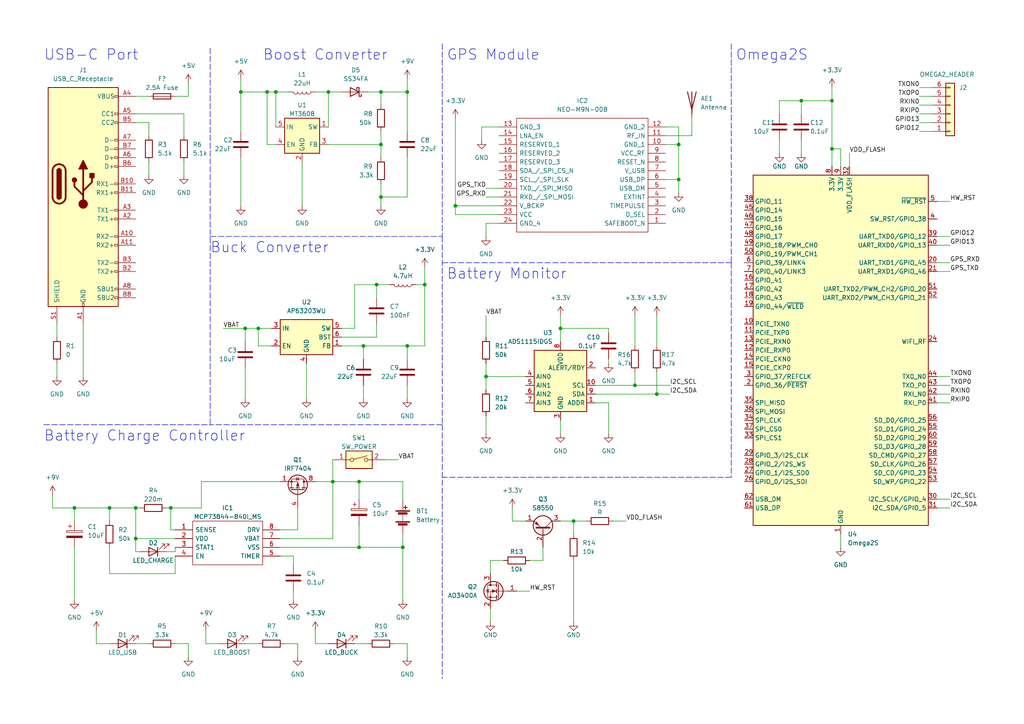
<source format=kicad_sch>
(kicad_sch (version 20211123) (generator eeschema)
  (paper "A4")
  (lib_symbols
    (symbol "Analog_ADC:ADS1115IDGS"
      (property "Reference" "U" (at 2.54 13.97 0))
      (property "Value" "ADS1115IDGS" (at 7.62 11.43 0))
      (symbol "ADS1115IDGS_1_1"
        (pin input line (at 10.16 -5.08 180) (length 2.54) (name "ADDR") (number "1"))
        (pin input line (at 10.16 0 180) (length 2.54) (name "SCL") (number "10"))
        (pin output line (at 10.16 5.08 180) (length 2.54) (name "ALERT/RDY") (number "2"))
        (pin power_in line (at 0 -10.16 90) (length 2.54) (name "GND") (number "3"))
        (pin input line (at -10.16 2.54 0) (length 2.54) (name "AIN0") (number "4"))
        (pin input line (at -10.16 0 0) (length 2.54) (name "AIN1") (number "5"))
        (pin input line (at -10.16 -2.54 0) (length 2.54) (name "AIN2") (number "6"))
        (pin input line (at -10.16 -5.08 0) (length 2.54) (name "AIN3") (number "7"))
        (pin power_in line (at 0 12.7 270) (length 2.54) (name "VDD") (number "8"))
        (pin bidirectional line (at 10.16 -2.54 180) (length 2.54) (name "SDA") (number "9"))
      )
    )
    (symbol "Charge_Controller:MCP73844-840I_MS" (pin_names (offset 0.762))
      (property "Reference" "IC" (at 26.67 7.62 0))
      (property "Value" "MCP73844-840I_MS" (at 26.67 5.08 0))
      (symbol "MCP73844-840I_MS_0_0"
        (pin passive line (at 0 0 0) (length 5.08) (name "SENSE") (number "1"))
        (pin passive line (at 0 -2.54 0) (length 5.08) (name "VDD") (number "2"))
        (pin passive line (at 0 -5.08 0) (length 5.08) (name "STAT1") (number "3"))
        (pin passive line (at 0 -7.62 0) (length 5.08) (name "EN") (number "4"))
        (pin passive line (at 30.48 -7.62 180) (length 5.08) (name "TIMER") (number "5"))
        (pin passive line (at 30.48 -5.08 180) (length 5.08) (name "VSS") (number "6"))
        (pin passive line (at 30.48 -2.54 180) (length 5.08) (name "VBAT") (number "7"))
        (pin passive line (at 30.48 0 180) (length 5.08) (name "DRV") (number "8"))
      )
    )
    (symbol "Connector:USB_C_Receptacle" (pin_names (offset 1.016))
      (property "Reference" "J" (at -10.16 29.21 0))
      (property "Value" "USB_C_Receptacle" (at 10.16 29.21 0))
      (symbol "USB_C_Receptacle_1_1"
        (pin passive line (at 0 -40.64 90) (length 5.08) (name "GND") (number "A1"))
        (pin bidirectional line (at 15.24 -15.24 180) (length 5.08) (name "RX2-") (number "A10"))
        (pin bidirectional line (at 15.24 -17.78 180) (length 5.08) (name "RX2+") (number "A11"))
        (pin passive line (at 0 -40.64 90) (length 5.08) hide (name "GND") (number "A12"))
        (pin bidirectional line (at 15.24 -10.16 180) (length 5.08) (name "TX1+") (number "A2"))
        (pin bidirectional line (at 15.24 -7.62 180) (length 5.08) (name "TX1-") (number "A3"))
        (pin passive line (at 15.24 25.4 180) (length 5.08) (name "VBUS") (number "A4"))
        (pin bidirectional line (at 15.24 20.32 180) (length 5.08) (name "CC1") (number "A5"))
        (pin bidirectional line (at 15.24 7.62 180) (length 5.08) (name "D+") (number "A6"))
        (pin bidirectional line (at 15.24 12.7 180) (length 5.08) (name "D-") (number "A7"))
        (pin bidirectional line (at 15.24 -30.48 180) (length 5.08) (name "SBU1") (number "A8"))
        (pin passive line (at 15.24 25.4 180) (length 5.08) hide (name "VBUS") (number "A9"))
        (pin passive line (at 0 -40.64 90) (length 5.08) hide (name "GND") (number "B1"))
        (pin bidirectional line (at 15.24 0 180) (length 5.08) (name "RX1-") (number "B10"))
        (pin bidirectional line (at 15.24 -2.54 180) (length 5.08) (name "RX1+") (number "B11"))
        (pin passive line (at 0 -40.64 90) (length 5.08) hide (name "GND") (number "B12"))
        (pin bidirectional line (at 15.24 -25.4 180) (length 5.08) (name "TX2+") (number "B2"))
        (pin bidirectional line (at 15.24 -22.86 180) (length 5.08) (name "TX2-") (number "B3"))
        (pin passive line (at 15.24 25.4 180) (length 5.08) hide (name "VBUS") (number "B4"))
        (pin bidirectional line (at 15.24 17.78 180) (length 5.08) (name "CC2") (number "B5"))
        (pin bidirectional line (at 15.24 5.08 180) (length 5.08) (name "D+") (number "B6"))
        (pin bidirectional line (at 15.24 10.16 180) (length 5.08) (name "D-") (number "B7"))
        (pin bidirectional line (at 15.24 -33.02 180) (length 5.08) (name "SBU2") (number "B8"))
        (pin passive line (at 15.24 25.4 180) (length 5.08) hide (name "VBUS") (number "B9"))
        (pin passive line (at -7.62 -40.64 90) (length 5.08) (name "SHIELD") (number "S1"))
      )
    )
    (symbol "Connector_Generic:Conn_01x06" (pin_names (offset 1.016) hide)
      (property "Reference" "J" (at 0 7.62 0))
      (property "Value" "Conn_01x06" (at 0 -10.16 0))
      (symbol "Conn_01x06_1_1"
        (pin passive line (at -5.08 5.08 0) (length 3.81) (name "Pin_1") (number "1"))
        (pin passive line (at -5.08 2.54 0) (length 3.81) (name "Pin_2") (number "2"))
        (pin passive line (at -5.08 0 0) (length 3.81) (name "Pin_3") (number "3"))
        (pin passive line (at -5.08 -2.54 0) (length 3.81) (name "Pin_4") (number "4"))
        (pin passive line (at -5.08 -5.08 0) (length 3.81) (name "Pin_5") (number "5"))
        (pin passive line (at -5.08 -7.62 0) (length 3.81) (name "Pin_6") (number "6"))
      )
    )
    (symbol "Device:Antenna" (pin_numbers hide) (pin_names (offset 1.016) hide)
      (property "Reference" "AE" (at -1.905 1.905 0))
      (property "Value" "Antenna" (at -1.905 0 0))
      (symbol "Antenna_1_1"
        (pin input line (at 0 -5.08 90) (length 2.54) (name "A") (number "1"))
      )
    )
    (symbol "Device:Battery" (pin_numbers hide) (pin_names (offset 0) hide)
      (property "Reference" "BT" (at 2.54 2.54 0))
      (property "Value" "Battery" (at 2.54 0 0))
      (symbol "Battery_1_1"
        (pin passive line (at 0 5.08 270) (length 2.54) (name "+") (number "1"))
        (pin passive line (at 0 -5.08 90) (length 2.54) (name "-") (number "2"))
      )
    )
    (symbol "Device:C" (pin_numbers hide) (pin_names (offset 0.254))
      (property "Reference" "C" (at 0.635 2.54 0))
      (property "Value" "C" (at 0.635 -2.54 0))
      (symbol "C_1_1"
        (pin passive line (at 0 3.81 270) (length 2.794) (name "~") (number "1"))
        (pin passive line (at 0 -3.81 90) (length 2.794) (name "~") (number "2"))
      )
    )
    (symbol "Device:C_Polarized" (pin_numbers hide) (pin_names (offset 0.254))
      (property "Reference" "C" (at 0.635 2.54 0))
      (property "Value" "C_Polarized" (at 0.635 -2.54 0))
      (symbol "C_Polarized_1_1"
        (pin passive line (at 0 3.81 270) (length 2.794) (name "~") (number "1"))
        (pin passive line (at 0 -3.81 90) (length 2.794) (name "~") (number "2"))
      )
    )
    (symbol "Device:D_Schottky" (pin_numbers hide) (pin_names (offset 1.016) hide)
      (property "Reference" "D" (at 0 2.54 0))
      (property "Value" "D_Schottky" (at 0 -2.54 0))
      (symbol "D_Schottky_1_1"
        (pin passive line (at -3.81 0 0) (length 2.54) (name "K") (number "1"))
        (pin passive line (at 3.81 0 180) (length 2.54) (name "A") (number "2"))
      )
    )
    (symbol "Device:Fuse" (pin_numbers hide) (pin_names (offset 0))
      (property "Reference" "F" (at 2.032 0 90))
      (property "Value" "Fuse" (at -1.905 0 90))
      (symbol "Fuse_1_1"
        (pin passive line (at 0 3.81 270) (length 1.27) (name "~") (number "1"))
        (pin passive line (at 0 -3.81 90) (length 1.27) (name "~") (number "2"))
      )
    )
    (symbol "Device:L" (pin_numbers hide) (pin_names (offset 1.016) hide)
      (property "Reference" "L" (at -1.27 0 90))
      (property "Value" "L" (at 1.905 0 90))
      (symbol "L_1_1"
        (pin passive line (at 0 3.81 270) (length 1.27) (name "1") (number "1"))
        (pin passive line (at 0 -3.81 90) (length 1.27) (name "2") (number "2"))
      )
    )
    (symbol "Device:LED" (pin_numbers hide) (pin_names (offset 1.016) hide)
      (property "Reference" "D" (at 0 2.54 0))
      (property "Value" "LED" (at 0 -2.54 0))
      (symbol "LED_1_1"
        (pin passive line (at -3.81 0 0) (length 2.54) (name "K") (number "1"))
        (pin passive line (at 3.81 0 180) (length 2.54) (name "A") (number "2"))
      )
    )
    (symbol "Device:R" (pin_numbers hide) (pin_names (offset 0))
      (property "Reference" "R" (at 2.032 0 90))
      (property "Value" "R" (at 0 0 90))
      (symbol "R_1_1"
        (pin passive line (at 0 3.81 270) (length 1.27) (name "~") (number "1"))
        (pin passive line (at 0 -3.81 90) (length 1.27) (name "~") (number "2"))
      )
    )
    (symbol "GPS:NEO-M9N-00B" (pin_names (offset 0.762))
      (property "Reference" "IC" (at 44.45 7.62 0))
      (property "Value" "NEO-M9N-00B" (at 44.45 5.08 0))
      (symbol "NEO-M9N-00B_0_0"
        (pin passive line (at 48.26 -27.94 180) (length 5.08) (name "SAFEBOOT_N") (number "1"))
        (pin passive line (at 48.26 -5.08 180) (length 5.08) (name "GND_1") (number "10"))
        (pin passive line (at 48.26 -2.54 180) (length 5.08) (name "RF_IN") (number "11"))
        (pin passive line (at 48.26 0 180) (length 5.08) (name "GND_2") (number "12"))
        (pin passive line (at 0 0 0) (length 5.08) (name "GND_3") (number "13"))
        (pin passive line (at 0 -2.54 0) (length 5.08) (name "LNA_EN") (number "14"))
        (pin passive line (at 0 -5.08 0) (length 5.08) (name "RESERVED_1") (number "15"))
        (pin passive line (at 0 -7.62 0) (length 5.08) (name "RESERVED_2") (number "16"))
        (pin passive line (at 0 -10.16 0) (length 5.08) (name "RESERVED_3") (number "17"))
        (pin passive line (at 0 -12.7 0) (length 5.08) (name "SDA_/_SPI_CS_N") (number "18"))
        (pin passive line (at 0 -15.24 0) (length 5.08) (name "SCL_/_SPI_SLK") (number "19"))
        (pin passive line (at 48.26 -25.4 180) (length 5.08) (name "D_SEL") (number "2"))
        (pin passive line (at 0 -17.78 0) (length 5.08) (name "TXD_/_SPI_MISO") (number "20"))
        (pin passive line (at 0 -20.32 0) (length 5.08) (name "RXD_/_SPI_MOSI") (number "21"))
        (pin passive line (at 0 -22.86 0) (length 5.08) (name "V_BCKP") (number "22"))
        (pin passive line (at 0 -25.4 0) (length 5.08) (name "VCC") (number "23"))
        (pin passive line (at 0 -27.94 0) (length 5.08) (name "GND_4") (number "24"))
        (pin passive line (at 48.26 -22.86 180) (length 5.08) (name "TIMEPULSE") (number "3"))
        (pin passive line (at 48.26 -20.32 180) (length 5.08) (name "EXTINT") (number "4"))
        (pin passive line (at 48.26 -17.78 180) (length 5.08) (name "USB_DM") (number "5"))
        (pin passive line (at 48.26 -15.24 180) (length 5.08) (name "USB_DP") (number "6"))
        (pin passive line (at 48.26 -12.7 180) (length 5.08) (name "V_USB") (number "7"))
        (pin passive line (at 48.26 -10.16 180) (length 5.08) (name "RESET_N") (number "8"))
        (pin passive line (at 48.26 -7.62 180) (length 5.08) (name "VCC_RF") (number "9"))
      )
    )
    (symbol "MCU_Module:Omega2S"
      (property "Reference" "U" (at -20.32 52.07 0))
      (property "Value" "Omega2S" (at 17.78 52.07 0))
      (symbol "Omega2S_1_1"
        (pin power_in line (at 0 -53.34 90) (length 2.54) (name "GND") (number "1"))
        (pin output line (at -27.94 7.62 0) (length 2.54) (name "PCIE_TXN0") (number "10"))
        (pin output line (at -27.94 5.08 0) (length 2.54) (name "PCIE_TXP0") (number "11"))
        (pin input line (at -27.94 0 0) (length 2.54) (name "PCIE_RXP0") (number "12"))
        (pin input line (at -27.94 2.54 0) (length 2.54) (name "PCIE_RXN0") (number "13"))
        (pin output line (at -27.94 -2.54 0) (length 2.54) (name "PCIE_CKN0") (number "14"))
        (pin output line (at -27.94 -5.08 0) (length 2.54) (name "PCIE_CKP0") (number "15"))
        (pin bidirectional line (at -27.94 20.32 0) (length 2.54) (name "GPIO_41") (number "16"))
        (pin bidirectional line (at -27.94 17.78 0) (length 2.54) (name "GPIO_42") (number "17"))
        (pin bidirectional line (at -27.94 15.24 0) (length 2.54) (name "GPIO_43") (number "18"))
        (pin bidirectional line (at -27.94 12.7 0) (length 2.54) (name "GPIO_44/~{WLED}") (number "19"))
        (pin bidirectional line (at -27.94 -10.16 0) (length 2.54) (name "GPIO_36/~{PERST}") (number "2"))
        (pin bidirectional line (at 27.94 25.4 180) (length 2.54) (name "UART_TXD1/GPIO_45") (number "20"))
        (pin bidirectional line (at 27.94 22.86 180) (length 2.54) (name "UART_RXD1/GPIO_46") (number "21"))
        (pin passive line (at 0 -53.34 90) (length 2.54) hide (name "GND") (number "22"))
        (pin passive line (at 0 -53.34 90) (length 2.54) hide (name "GND") (number "23"))
        (pin passive line (at 27.94 2.54 180) (length 2.54) (name "WIFI_RF") (number "24"))
        (pin passive line (at 0 -53.34 90) (length 2.54) hide (name "GND") (number "25"))
        (pin bidirectional line (at -27.94 -38.1 0) (length 2.54) (name "GPIO_0/I2S_SDI") (number "26"))
        (pin bidirectional line (at -27.94 -35.56 0) (length 2.54) (name "GPIO_1/I2S_SD0") (number "27"))
        (pin bidirectional line (at -27.94 -33.02 0) (length 2.54) (name "GPIO_2/I2S_WS") (number "28"))
        (pin bidirectional line (at -27.94 -30.48 0) (length 2.54) (name "GPIO_3/I2S_CLK") (number "29"))
        (pin bidirectional line (at -27.94 -7.62 0) (length 2.54) (name "GPIO_37/REFCLK") (number "3"))
        (pin bidirectional line (at 27.94 -43.18 180) (length 2.54) (name "I2C_SCLK/GPIO_4") (number "30"))
        (pin bidirectional line (at 27.94 -45.72 180) (length 2.54) (name "I2C_SDA/GPIO_5") (number "31"))
        (pin power_in line (at 2.54 53.34 270) (length 2.54) (name "VDD_FLASH") (number "32"))
        (pin output line (at -27.94 -25.4 0) (length 2.54) (name "SPI_CS1") (number "33"))
        (pin output line (at -27.94 -20.32 0) (length 2.54) (name "SPI_CLK") (number "34"))
        (pin input line (at -27.94 -15.24 0) (length 2.54) (name "SPI_MISO") (number "35"))
        (pin output line (at -27.94 -17.78 0) (length 2.54) (name "SPI_MOSI") (number "36"))
        (pin output line (at -27.94 -22.86 0) (length 2.54) (name "SPI_CS0") (number "37"))
        (pin bidirectional line (at -27.94 43.18 0) (length 2.54) (name "GPIO_11") (number "38"))
        (pin bidirectional line (at 27.94 33.02 180) (length 2.54) (name "UART_TXD0/GPIO_12") (number "39"))
        (pin bidirectional line (at 27.94 38.1 180) (length 2.54) (name "SW_RST/GPIO_38") (number "4"))
        (pin bidirectional line (at 27.94 30.48 180) (length 2.54) (name "UART_RXD0/GPIO_13") (number "40"))
        (pin input line (at 27.94 -15.24 180) (length 2.54) (name "RXI_P0") (number "41"))
        (pin input line (at 27.94 -12.7 180) (length 2.54) (name "RXI_N0") (number "42"))
        (pin output line (at 27.94 -10.16 180) (length 2.54) (name "TXO_P0") (number "43"))
        (pin output line (at 27.94 -7.62 180) (length 2.54) (name "TX0_N0") (number "44"))
        (pin bidirectional line (at -27.94 40.64 0) (length 2.54) (name "GPIO_14") (number "45"))
        (pin bidirectional line (at -27.94 38.1 0) (length 2.54) (name "GPIO_15") (number "46"))
        (pin bidirectional line (at -27.94 35.56 0) (length 2.54) (name "GPIO_16") (number "47"))
        (pin bidirectional line (at -27.94 33.02 0) (length 2.54) (name "GPIO_17") (number "48"))
        (pin bidirectional line (at -27.94 30.48 0) (length 2.54) (name "GPIO_18/PWM_CH0") (number "49"))
        (pin input line (at 27.94 43.18 180) (length 2.54) (name "~{HW_RST}") (number "5"))
        (pin bidirectional line (at -27.94 27.94 0) (length 2.54) (name "GPIO_19/PWM_CH1") (number "50"))
        (pin bidirectional line (at 27.94 17.78 180) (length 2.54) (name "UART_TXD2/PWM_CH2/GPIO_20") (number "51"))
        (pin bidirectional line (at 27.94 15.24 180) (length 2.54) (name "UART_RXD2/PWM_CH3/GPIO_21") (number "52"))
        (pin bidirectional line (at 27.94 -38.1 180) (length 2.54) (name "SD_WP/GPIO_22") (number "53"))
        (pin bidirectional line (at 27.94 -35.56 180) (length 2.54) (name "SD_CD/GPIO_23") (number "54"))
        (pin bidirectional line (at 27.94 -22.86 180) (length 2.54) (name "SD_D1/GPIO_24") (number "55"))
        (pin bidirectional line (at 27.94 -20.32 180) (length 2.54) (name "SD_D0/GPIO_25") (number "56"))
        (pin bidirectional line (at 27.94 -33.02 180) (length 2.54) (name "SD_CLK/GPIO_26") (number "57"))
        (pin bidirectional line (at 27.94 -30.48 180) (length 2.54) (name "SD_CMD/GPIO_27") (number "58"))
        (pin bidirectional line (at 27.94 -27.94 180) (length 2.54) (name "SD_D3/GPIO_28") (number "59"))
        (pin bidirectional line (at -27.94 25.4 0) (length 2.54) (name "GPIO_39/LINK4") (number "6"))
        (pin bidirectional line (at 27.94 -25.4 180) (length 2.54) (name "SD_D2/GPIO_29") (number "60"))
        (pin bidirectional line (at -27.94 -45.72 0) (length 2.54) (name "USB_DP") (number "61"))
        (pin bidirectional line (at -27.94 -43.18 0) (length 2.54) (name "USB_DM") (number "62"))
        (pin passive line (at 0 -53.34 90) (length 2.54) hide (name "GND") (number "63"))
        (pin passive line (at 0 -53.34 90) (length 2.54) hide (name "GND") (number "64"))
        (pin bidirectional line (at -27.94 22.86 0) (length 2.54) (name "GPIO_40/LINK3") (number "7"))
        (pin power_in line (at -2.54 53.34 270) (length 2.54) (name "3.3V") (number "8"))
        (pin power_in line (at 0 53.34 270) (length 2.54) (name "3.3V") (number "9"))
      )
    )
    (symbol "Regulator_Switching:AP63203WU"
      (property "Reference" "U" (at -7.62 6.35 0))
      (property "Value" "AP63203WU" (at 2.54 6.35 0))
      (symbol "AP63203WU_1_1"
        (pin input line (at 10.16 -2.54 180) (length 2.54) (name "FB") (number "1"))
        (pin input line (at -10.16 -2.54 0) (length 2.54) (name "EN") (number "2"))
        (pin power_in line (at -10.16 2.54 0) (length 2.54) (name "IN") (number "3"))
        (pin power_in line (at 0 -7.62 90) (length 2.54) (name "GND") (number "4"))
        (pin output line (at 10.16 2.54 180) (length 2.54) (name "SW") (number "5"))
        (pin passive line (at 10.16 0 180) (length 2.54) (name "BST") (number "6"))
      )
    )
    (symbol "Regulator_Switching:MT3608"
      (property "Reference" "U" (at -2.54 8.89 0))
      (property "Value" "MT3608" (at -3.81 6.35 0))
      (symbol "MT3608_1_1"
        (pin passive line (at 7.62 2.54 180) (length 2.54) (name "SW") (number "1"))
        (pin power_in line (at 0 -7.62 90) (length 2.54) (name "GND") (number "2"))
        (pin input line (at 7.62 -2.54 180) (length 2.54) (name "FB") (number "3"))
        (pin input line (at -7.62 -2.54 0) (length 2.54) (name "EN") (number "4"))
        (pin power_in line (at -7.62 2.54 0) (length 2.54) (name "IN") (number "5"))
        (pin no_connect line (at 5.08 0 180) (length 2.54) hide (name "NC") (number "6"))
      )
    )
    (symbol "Switch:SW_DIP_x01" (pin_names (offset 0) hide)
      (property "Reference" "SW" (at 0 3.81 0))
      (property "Value" "SW_DIP_x01" (at 0 -3.81 0))
      (symbol "SW_DIP_x01_1_1"
        (pin passive line (at -7.62 0 0) (length 5.08) (name "~") (number "1"))
        (pin passive line (at 7.62 0 180) (length 5.08) (name "~") (number "2"))
      )
    )
    (symbol "Transistor_BJT:S8550" (pin_names (offset 0) hide)
      (property "Reference" "Q" (at 5.08 1.905 0))
      (property "Value" "S8550" (at 5.08 0 0))
      (symbol "S8550_1_1"
        (pin passive line (at 2.54 -5.08 90) (length 2.54) (name "E") (number "1"))
        (pin input line (at -5.08 0 0) (length 5.08) (name "B") (number "2"))
        (pin passive line (at 2.54 5.08 270) (length 2.54) (name "C") (number "3"))
      )
    )
    (symbol "Transistor_FET:AO3400A" (pin_names hide)
      (property "Reference" "Q" (at 5.08 1.905 0))
      (property "Value" "AO3400A" (at 5.08 0 0))
      (symbol "AO3400A_1_1"
        (pin input line (at -5.08 0 0) (length 2.54) (name "G") (number "1"))
        (pin passive line (at 2.54 -5.08 90) (length 2.54) (name "S") (number "2"))
        (pin passive line (at 2.54 5.08 270) (length 2.54) (name "D") (number "3"))
      )
    )
    (symbol "Transistor_FET:IRF7404" (pin_names hide)
      (property "Reference" "Q" (at 5.08 1.905 0))
      (property "Value" "IRF7404" (at 5.08 0 0))
      (symbol "IRF7404_1_1"
        (pin passive line (at 2.54 -5.08 90) (length 2.54) (name "S") (number "1"))
        (pin passive line (at 2.54 -5.08 90) (length 2.54) hide (name "S") (number "2"))
        (pin passive line (at 2.54 -5.08 90) (length 2.54) hide (name "S") (number "3"))
        (pin passive line (at -5.08 0 0) (length 2.54) (name "G") (number "4"))
        (pin passive line (at 2.54 5.08 270) (length 2.54) hide (name "D") (number "5"))
        (pin passive line (at 2.54 5.08 270) (length 2.54) hide (name "D") (number "6"))
        (pin passive line (at 2.54 5.08 270) (length 2.54) hide (name "D") (number "7"))
        (pin passive line (at 2.54 5.08 270) (length 2.54) (name "D") (number "8"))
      )
    )
    (symbol "power:+3.3V" (power) (pin_names (offset 0))
      (property "Value" "+3.3V" (at 0 3.556 0))
      (symbol "+3.3V_1_1"
        (pin power_in line (at 0 0 90) (length 0) hide (name "+3.3V") (number "1"))
      )
    )
    (symbol "power:+5V" (power) (pin_names (offset 0))
      (property "Value" "+5V" (at 0 3.556 0))
      (symbol "+5V_1_1"
        (pin power_in line (at 0 0 90) (length 0) hide (name "+5V") (number "1"))
      )
    )
    (symbol "power:+9V" (power) (pin_names (offset 0))
      (property "Value" "+9V" (at 0 3.556 0))
      (symbol "+9V_1_1"
        (pin power_in line (at 0 0 90) (length 0) hide (name "+9V") (number "1"))
      )
    )
    (symbol "power:GND" (power) (pin_names (offset 0))
      (property "Value" "GND" (at 0 -3.81 0))
      (symbol "GND_1_1"
        (pin power_in line (at 0 0 270) (length 0) hide (name "GND") (number "1"))
      )
    )
  )
  (junction (at 166.37 151.13))
  (junction (at 104.14 139.7))
  (junction (at 132.08 59.69))
  (junction (at 241.3 43.18))
  (junction (at 39.37 147.32))
  (junction (at 110.49 26.67))
  (junction (at 110.49 57.15))
  (junction (at 80.01 26.67))
  (junction (at 241.3 29.21))
  (junction (at 77.47 26.67))
  (junction (at 190.5 114.3))
  (junction (at 162.56 95.25))
  (junction (at 184.15 111.76))
  (junction (at 196.85 52.07))
  (junction (at 71.12 95.25))
  (junction (at 96.52 139.7))
  (junction (at 21.59 147.32))
  (junction (at 196.85 41.91))
  (junction (at 105.41 100.33))
  (junction (at 110.49 41.91))
  (junction (at 31.75 147.32))
  (junction (at 74.93 95.25))
  (junction (at 116.84 158.75))
  (junction (at 69.85 26.67))
  (junction (at 118.11 26.67))
  (junction (at 109.22 82.55))
  (junction (at 39.37 156.21))
  (junction (at 232.41 29.21))
  (junction (at 123.19 82.55))
  (junction (at 95.25 26.67))
  (junction (at 104.14 158.75))
  (junction (at 140.97 109.22))
  (junction (at 49.53 147.32))
  (junction (at 118.11 100.33))
  (wire (pts (xy 74.93 95.25) (xy 78.74 95.25)))
  (wire (pts (xy 176.53 116.84) (xy 176.53 125.73)))
  (wire (pts (xy 106.68 186.69) (xy 102.87 186.69)))
  (wire (pts (xy 95.25 26.67) (xy 95.25 36.83)))
  (wire (pts (xy 148.59 147.32) (xy 148.59 151.13)))
  (wire (pts (xy 71.12 95.25) (xy 74.93 95.25)))
  (polyline (pts (xy 60.96 68.58) (xy 128.27 68.58)))
  (wire (pts (xy 110.49 57.15) (xy 118.11 57.15)))
  (wire (pts (xy 176.53 95.25) (xy 176.53 96.52)))
  (wire (pts (xy 142.24 180.34) (xy 142.24 176.53)))
  (wire (pts (xy 21.59 147.32) (xy 31.75 147.32)))
  (wire (pts (xy 95.25 41.91) (xy 110.49 41.91)))
  (wire (pts (xy 96.52 133.35) (xy 96.52 139.7)))
  (wire (pts (xy 118.11 22.86) (xy 118.11 26.67)))
  (wire (pts (xy 21.59 173.99) (xy 21.59 158.75)))
  (polyline (pts (xy 128.27 68.58) (xy 128.27 123.19)))
  (wire (pts (xy 118.11 111.76) (xy 118.11 115.57)))
  (wire (pts (xy 43.18 27.94) (xy 39.37 27.94)))
  (wire (pts (xy 271.78 78.74) (xy 275.59 78.74)))
  (wire (pts (xy 27.94 186.69) (xy 31.75 186.69)))
  (wire (pts (xy 104.14 144.78) (xy 104.14 139.7)))
  (wire (pts (xy 39.37 156.21) (xy 39.37 147.32)))
  (polyline (pts (xy 60.96 13.97) (xy 60.96 123.19)))
  (wire (pts (xy 162.56 95.25) (xy 162.56 99.06)))
  (wire (pts (xy 54.61 186.69) (xy 50.8 186.69)))
  (polyline (pts (xy 128.27 123.19) (xy 128.27 196.85)))
  (wire (pts (xy 104.14 152.4) (xy 104.14 158.75)))
  (wire (pts (xy 91.44 186.69) (xy 95.25 186.69)))
  (wire (pts (xy 85.09 161.29) (xy 85.09 163.83)))
  (wire (pts (xy 115.57 133.35) (xy 111.76 133.35)))
  (wire (pts (xy 193.04 52.07) (xy 196.85 52.07)))
  (wire (pts (xy 170.18 151.13) (xy 166.37 151.13)))
  (wire (pts (xy 271.78 144.78) (xy 275.59 144.78)))
  (wire (pts (xy 226.06 44.45) (xy 226.06 40.64)))
  (wire (pts (xy 243.84 43.18) (xy 241.3 43.18)))
  (wire (pts (xy 74.93 100.33) (xy 78.74 100.33)))
  (wire (pts (xy 266.7 38.1) (xy 270.51 38.1)))
  (wire (pts (xy 110.49 30.48) (xy 110.49 26.67)))
  (wire (pts (xy 226.06 29.21) (xy 232.41 29.21)))
  (wire (pts (xy 104.14 139.7) (xy 116.84 139.7)))
  (wire (pts (xy 132.08 62.23) (xy 144.78 62.23)))
  (wire (pts (xy 27.94 182.88) (xy 27.94 186.69)))
  (wire (pts (xy 16.51 109.22) (xy 16.51 105.41)))
  (wire (pts (xy 59.69 182.88) (xy 59.69 186.69)))
  (wire (pts (xy 232.41 29.21) (xy 232.41 33.02)))
  (polyline (pts (xy 212.09 138.43) (xy 128.27 138.43)))
  (wire (pts (xy 77.47 26.67) (xy 77.47 41.91)))
  (wire (pts (xy 266.7 30.48) (xy 270.51 30.48)))
  (wire (pts (xy 88.9 115.57) (xy 88.9 105.41)))
  (wire (pts (xy 31.75 158.75) (xy 31.75 166.37)))
  (wire (pts (xy 102.87 82.55) (xy 109.22 82.55)))
  (wire (pts (xy 118.11 186.69) (xy 114.3 186.69)))
  (wire (pts (xy 43.18 186.69) (xy 39.37 186.69)))
  (wire (pts (xy 140.97 68.58) (xy 140.97 64.77)))
  (wire (pts (xy 139.7 36.83) (xy 144.78 36.83)))
  (wire (pts (xy 157.48 158.75) (xy 157.48 162.56)))
  (wire (pts (xy 146.05 162.56) (xy 142.24 162.56)))
  (wire (pts (xy 80.01 26.67) (xy 80.01 36.83)))
  (wire (pts (xy 80.01 26.67) (xy 83.82 26.67)))
  (wire (pts (xy 275.59 109.22) (xy 271.78 109.22)))
  (wire (pts (xy 104.14 158.75) (xy 116.84 158.75)))
  (wire (pts (xy 275.59 68.58) (xy 271.78 68.58)))
  (wire (pts (xy 275.59 111.76) (xy 271.78 111.76)))
  (wire (pts (xy 105.41 100.33) (xy 99.06 100.33)))
  (wire (pts (xy 190.5 107.95) (xy 190.5 114.3)))
  (wire (pts (xy 226.06 33.02) (xy 226.06 29.21)))
  (wire (pts (xy 24.13 93.98) (xy 24.13 109.22)))
  (wire (pts (xy 95.25 26.67) (xy 99.06 26.67)))
  (wire (pts (xy 246.38 44.45) (xy 246.38 48.26)))
  (wire (pts (xy 49.53 147.32) (xy 49.53 153.67)))
  (wire (pts (xy 77.47 26.67) (xy 80.01 26.67)))
  (wire (pts (xy 172.72 111.76) (xy 184.15 111.76)))
  (wire (pts (xy 266.7 25.4) (xy 270.51 25.4)))
  (wire (pts (xy 275.59 58.42) (xy 271.78 58.42)))
  (wire (pts (xy 91.44 26.67) (xy 95.25 26.67)))
  (wire (pts (xy 69.85 38.1) (xy 69.85 26.67)))
  (wire (pts (xy 275.59 116.84) (xy 271.78 116.84)))
  (wire (pts (xy 184.15 107.95) (xy 184.15 111.76)))
  (wire (pts (xy 86.36 190.5) (xy 86.36 186.69)))
  (wire (pts (xy 40.64 160.02) (xy 39.37 160.02)))
  (wire (pts (xy 31.75 166.37) (xy 50.8 166.37)))
  (wire (pts (xy 58.42 139.7) (xy 81.28 139.7)))
  (wire (pts (xy 109.22 93.98) (xy 109.22 97.79)))
  (wire (pts (xy 243.84 48.26) (xy 243.84 43.18)))
  (polyline (pts (xy 128.27 123.19) (xy 60.96 123.19)))
  (wire (pts (xy 110.49 53.34) (xy 110.49 57.15)))
  (wire (pts (xy 118.11 26.67) (xy 118.11 38.1)))
  (wire (pts (xy 110.49 26.67) (xy 106.68 26.67)))
  (wire (pts (xy 102.87 95.25) (xy 102.87 82.55)))
  (wire (pts (xy 271.78 76.2) (xy 275.59 76.2)))
  (wire (pts (xy 69.85 22.86) (xy 69.85 26.67)))
  (wire (pts (xy 140.97 109.22) (xy 140.97 113.03)))
  (wire (pts (xy 275.59 71.12) (xy 271.78 71.12)))
  (wire (pts (xy 87.63 59.69) (xy 87.63 46.99)))
  (wire (pts (xy 193.04 36.83) (xy 196.85 36.83)))
  (wire (pts (xy 140.97 109.22) (xy 152.4 109.22)))
  (wire (pts (xy 39.37 35.56) (xy 43.18 35.56)))
  (wire (pts (xy 39.37 147.32) (xy 40.64 147.32)))
  (wire (pts (xy 162.56 95.25) (xy 176.53 95.25)))
  (wire (pts (xy 53.34 46.99) (xy 53.34 50.8)))
  (wire (pts (xy 123.19 77.47) (xy 123.19 82.55)))
  (wire (pts (xy 15.24 143.51) (xy 15.24 147.32)))
  (wire (pts (xy 140.97 64.77) (xy 144.78 64.77)))
  (wire (pts (xy 123.19 82.55) (xy 123.19 100.33)))
  (wire (pts (xy 39.37 156.21) (xy 50.8 156.21)))
  (wire (pts (xy 96.52 139.7) (xy 96.52 156.21)))
  (wire (pts (xy 74.93 95.25) (xy 74.93 100.33)))
  (wire (pts (xy 39.37 33.02) (xy 53.34 33.02)))
  (wire (pts (xy 48.26 147.32) (xy 49.53 147.32)))
  (wire (pts (xy 91.44 139.7) (xy 96.52 139.7)))
  (wire (pts (xy 200.66 34.29) (xy 200.66 39.37)))
  (wire (pts (xy 64.77 95.25) (xy 71.12 95.25)))
  (wire (pts (xy 275.59 114.3) (xy 271.78 114.3)))
  (wire (pts (xy 118.11 104.14) (xy 118.11 100.33)))
  (wire (pts (xy 105.41 111.76) (xy 105.41 115.57)))
  (wire (pts (xy 81.28 161.29) (xy 85.09 161.29)))
  (wire (pts (xy 77.47 41.91) (xy 80.01 41.91)))
  (wire (pts (xy 118.11 100.33) (xy 105.41 100.33)))
  (wire (pts (xy 266.7 33.02) (xy 270.51 33.02)))
  (wire (pts (xy 74.93 186.69) (xy 71.12 186.69)))
  (wire (pts (xy 196.85 36.83) (xy 196.85 41.91)))
  (wire (pts (xy 21.59 151.13) (xy 21.59 147.32)))
  (wire (pts (xy 86.36 147.32) (xy 86.36 153.67)))
  (wire (pts (xy 91.44 182.88) (xy 91.44 186.69)))
  (wire (pts (xy 43.18 46.99) (xy 43.18 50.8)))
  (wire (pts (xy 162.56 125.73) (xy 162.56 121.92)))
  (wire (pts (xy 196.85 52.07) (xy 196.85 55.88)))
  (wire (pts (xy 162.56 151.13) (xy 166.37 151.13)))
  (wire (pts (xy 86.36 186.69) (xy 82.55 186.69)))
  (wire (pts (xy 110.49 57.15) (xy 110.49 59.69)))
  (wire (pts (xy 184.15 91.44) (xy 184.15 100.33)))
  (wire (pts (xy 116.84 154.94) (xy 116.84 158.75)))
  (wire (pts (xy 153.67 171.45) (xy 149.86 171.45)))
  (wire (pts (xy 116.84 139.7) (xy 116.84 144.78)))
  (wire (pts (xy 15.24 147.32) (xy 21.59 147.32)))
  (wire (pts (xy 132.08 59.69) (xy 144.78 59.69)))
  (wire (pts (xy 16.51 93.98) (xy 16.51 97.79)))
  (wire (pts (xy 109.22 97.79) (xy 99.06 97.79)))
  (wire (pts (xy 241.3 29.21) (xy 241.3 43.18)))
  (wire (pts (xy 71.12 115.57) (xy 71.12 106.68)))
  (wire (pts (xy 266.7 35.56) (xy 270.51 35.56)))
  (wire (pts (xy 110.49 38.1) (xy 110.49 41.91)))
  (wire (pts (xy 200.66 39.37) (xy 193.04 39.37)))
  (polyline (pts (xy 128.27 12.7) (xy 128.27 68.58)))
  (wire (pts (xy 54.61 190.5) (xy 54.61 186.69)))
  (wire (pts (xy 110.49 26.67) (xy 118.11 26.67)))
  (wire (pts (xy 48.26 160.02) (xy 50.8 160.02)))
  (wire (pts (xy 116.84 158.75) (xy 116.84 173.99)))
  (wire (pts (xy 196.85 41.91) (xy 196.85 52.07)))
  (wire (pts (xy 31.75 147.32) (xy 39.37 147.32)))
  (wire (pts (xy 181.61 151.13) (xy 177.8 151.13)))
  (wire (pts (xy 109.22 82.55) (xy 109.22 86.36)))
  (wire (pts (xy 54.61 24.13) (xy 54.61 27.94)))
  (wire (pts (xy 120.65 82.55) (xy 123.19 82.55)))
  (wire (pts (xy 241.3 29.21) (xy 232.41 29.21)))
  (wire (pts (xy 81.28 158.75) (xy 104.14 158.75)))
  (wire (pts (xy 110.49 41.91) (xy 110.49 45.72)))
  (wire (pts (xy 166.37 151.13) (xy 166.37 154.94)))
  (wire (pts (xy 132.08 34.29) (xy 132.08 59.69)))
  (wire (pts (xy 59.69 186.69) (xy 63.5 186.69)))
  (wire (pts (xy 243.84 158.75) (xy 243.84 154.94)))
  (wire (pts (xy 139.7 40.64) (xy 139.7 36.83)))
  (wire (pts (xy 49.53 147.32) (xy 58.42 147.32)))
  (wire (pts (xy 266.7 27.94) (xy 270.51 27.94)))
  (wire (pts (xy 140.97 91.44) (xy 140.97 97.79)))
  (wire (pts (xy 142.24 162.56) (xy 142.24 166.37)))
  (wire (pts (xy 53.34 33.02) (xy 53.34 39.37)))
  (wire (pts (xy 118.11 190.5) (xy 118.11 186.69)))
  (polyline (pts (xy 212.09 12.7) (xy 212.09 76.2)))
  (wire (pts (xy 157.48 162.56) (xy 153.67 162.56)))
  (wire (pts (xy 105.41 104.14) (xy 105.41 100.33)))
  (wire (pts (xy 102.87 95.25) (xy 99.06 95.25)))
  (wire (pts (xy 31.75 147.32) (xy 31.75 151.13)))
  (wire (pts (xy 166.37 162.56) (xy 166.37 180.34)))
  (wire (pts (xy 50.8 166.37) (xy 50.8 161.29)))
  (wire (pts (xy 176.53 104.14) (xy 176.53 105.41)))
  (wire (pts (xy 241.3 25.4) (xy 241.3 29.21)))
  (wire (pts (xy 39.37 160.02) (xy 39.37 156.21)))
  (wire (pts (xy 96.52 139.7) (xy 104.14 139.7)))
  (wire (pts (xy 58.42 147.32) (xy 58.42 139.7)))
  (wire (pts (xy 232.41 44.45) (xy 232.41 40.64)))
  (wire (pts (xy 132.08 59.69) (xy 132.08 62.23)))
  (wire (pts (xy 190.5 91.44) (xy 190.5 100.33)))
  (wire (pts (xy 190.5 114.3) (xy 194.31 114.3)))
  (wire (pts (xy 96.52 156.21) (xy 81.28 156.21)))
  (wire (pts (xy 54.61 27.94) (xy 50.8 27.94)))
  (polyline (pts (xy 128.27 76.2) (xy 212.09 76.2)))
  (wire (pts (xy 85.09 173.99) (xy 85.09 171.45)))
  (wire (pts (xy 140.97 120.65) (xy 140.97 125.73)))
  (polyline (pts (xy 212.09 76.2) (xy 212.09 138.43)))
  (wire (pts (xy 43.18 35.56) (xy 43.18 39.37)))
  (wire (pts (xy 49.53 153.67) (xy 50.8 153.67)))
  (wire (pts (xy 140.97 57.15) (xy 144.78 57.15)))
  (wire (pts (xy 86.36 153.67) (xy 81.28 153.67)))
  (wire (pts (xy 140.97 105.41) (xy 140.97 109.22)))
  (wire (pts (xy 69.85 26.67) (xy 77.47 26.67)))
  (wire (pts (xy 140.97 54.61) (xy 144.78 54.61)))
  (polyline (pts (xy 12.7 123.19) (xy 60.96 123.19)))
  (wire (pts (xy 172.72 116.84) (xy 176.53 116.84)))
  (wire (pts (xy 241.3 43.18) (xy 241.3 48.26)))
  (wire (pts (xy 162.56 91.44) (xy 162.56 95.25)))
  (wire (pts (xy 50.8 158.75) (xy 50.8 160.02)))
  (wire (pts (xy 271.78 147.32) (xy 275.59 147.32)))
  (wire (pts (xy 184.15 111.76) (xy 194.31 111.76)))
  (wire (pts (xy 118.11 57.15) (xy 118.11 45.72)))
  (wire (pts (xy 109.22 82.55) (xy 113.03 82.55)))
  (wire (pts (xy 69.85 59.69) (xy 69.85 45.72)))
  (wire (pts (xy 193.04 41.91) (xy 196.85 41.91)))
  (wire (pts (xy 123.19 100.33) (xy 118.11 100.33)))
  (wire (pts (xy 71.12 95.25) (xy 71.12 99.06)))
  (wire (pts (xy 172.72 114.3) (xy 190.5 114.3)))
  (wire (pts (xy 148.59 151.13) (xy 152.4 151.13)))
  (text "Boost Converter" (at 76.2 17.78 0) (effects (font (size 3 3)) (justify left bottom)))
  (text "Buck Converter" (at 60.96 73.66 0) (effects (font (size 3 3)) (justify left bottom)))
  (text "Battery Monitor\n" (at 129.54 81.28 0) (effects (font (size 3 3)) (justify left bottom)))
  (text "GPS Module\n" (at 129.54 17.78 0) (effects (font (size 3 3)) (justify left bottom)))
  (text "Battery Charge Controller" (at 12.7 128.27 0) (effects (font (size 3 3)) (justify left bottom)))
  (text "USB-C Port" (at 12.7 17.78 0) (effects (font (size 3 3)) (justify left bottom)))
  (text "Omega2S\n" (at 213.36 17.78 0) (effects (font (size 3 3)) (justify left bottom)))
  (label "GPS_TXD" (at 275.59 78.74 0))
  (label "I2C_SCL" (at 194.31 111.76 0))
  (label "I2C_SCL" (at 275.59 144.78 0))
  (label "GPIO12" (at 275.59 68.58 0))
  (label "TXON0" (at 275.59 109.22 0))
  (label "RXIN0" (at 266.7 30.48 180))
  (label "TXON0" (at 266.7 25.4 180))
  (label "TXOP0" (at 266.7 27.94 180))
  (label "HW_RST" (at 153.67 171.45 0))
  (label "GPS_RXD" (at 140.97 57.15 180))
  (label "GPS_TXD" (at 140.97 54.61 180))
  (label "TXOP0" (at 275.59 111.76 0))
  (label "I2C_SDA" (at 194.31 114.3 0))
  (label "VBAT" (at 115.57 133.35 0))
  (label "HW_RST" (at 275.59 58.42 0))
  (label "RXIP0" (at 275.59 116.84 0))
  (label "VDD_FLASH" (at 181.61 151.13 0))
  (label "VBAT" (at 64.77 95.25 0))
  (label "RXIN0" (at 275.59 114.3 0))
  (label "GPIO12" (at 266.7 38.1 180))
  (label "I2C_SDA" (at 275.59 147.32 0))
  (label "GPIO13" (at 266.7 35.56 180))
  (label "GPIO13" (at 275.59 71.12 0))
  (label "GPS_RXD" (at 275.59 76.2 0))
  (label "VBAT" (at 140.97 91.44 0))
  (label "RXIP0" (at 266.7 33.02 180))
  (label "VDD_FLASH" (at 246.38 44.45 0))
  (symbol (lib_id "Device:R") (at 110.49 186.69 90) (unit 1)
    (property "Reference" "R10" (at 110.49 181.61 90))
    (property "Value" "3.3k" (at 110.49 184.15 90))
  )
  (symbol (lib_id "power:GND") (at 54.61 190.5 0) (unit 1)
    (property "Reference" "#PWR0119" (effects hide))
    (property "Value" "GND" (at 54.61 195.58 0))
  )
  (symbol (lib_id "power:GND") (at 53.34 50.8 0) (unit 1)
    (property "Reference" "#PWR0104" (effects hide))
    (property "Value" "GND" (at 53.34 55.88 0))
  )
  (symbol (lib_id "power:GND") (at 176.53 105.41 0) (unit 1)
    (property "Reference" "#PWR0128" (effects hide))
    (property "Value" "GND" (at 176.53 110.49 0))
  )
  (symbol (lib_id "Device:R") (at 173.99 151.13 90) (unit 1)
    (property "Reference" "R15" (at 173.99 146.05 90))
    (property "Value" "R" (at 173.99 148.59 90))
  )
  (symbol (lib_id "power:GND") (at 232.41 44.45 0) (unit 1)
    (property "Reference" "#PWR0133" (effects hide))
    (property "Value" "GND" (at 232.41 48.26 0))
  )
  (symbol (lib_id "power:GND") (at 69.85 59.69 0) (unit 1)
    (property "Reference" "#PWR0108" (effects hide))
    (property "Value" "GND" (at 69.85 64.77 0))
  )
  (symbol (lib_id "Device:LED") (at 67.31 186.69 180) (unit 1)
    (property "Reference" "D3" (at 67.31 184.15 0))
    (property "Value" "LED_BOOST" (at 67.31 189.23 0))
  )
  (symbol (lib_id "power:GND") (at 166.37 180.34 0) (unit 1)
    (property "Reference" "#PWR0136" (effects hide))
    (property "Value" "GND" (at 166.37 184.15 0))
  )
  (symbol (lib_id "Device:R") (at 16.51 101.6 0) (unit 1)
    (property "Reference" "R1" (at 19.05 100.3299 0) (effects (justify left)))
    (property "Value" "0" (at 19.05 102.8699 0) (effects (justify left)))
  )
  (symbol (lib_id "power:+9V") (at 59.69 182.88 0) (unit 1)
    (property "Reference" "#PWR0120" (effects hide))
    (property "Value" "+9V" (at 59.69 177.8 0))
  )
  (symbol (lib_id "power:+3.3V") (at 190.5 91.44 0) (unit 1)
    (property "Reference" "#PWR0129" (effects hide))
    (property "Value" "+3.3V" (at 190.5 86.36 0))
  )
  (symbol (lib_id "Device:C_Polarized") (at 104.14 148.59 0) (unit 1)
    (property "Reference" "C5" (at 107.95 146.4309 0) (effects (justify left)))
    (property "Value" "10uF" (at 107.95 148.9709 0) (effects (justify left)))
  )
  (symbol (lib_id "power:GND") (at 176.53 125.73 0) (unit 1)
    (property "Reference" "#PWR0138" (effects hide))
    (property "Value" "GND" (at 176.53 130.81 0))
  )
  (symbol (lib_id "power:GND") (at 243.84 158.75 0) (unit 1)
    (property "Reference" "#PWR0143" (effects hide))
    (property "Value" "GND" (at 243.84 163.83 0))
  )
  (symbol (lib_id "power:GND") (at 196.85 55.88 0) (unit 1)
    (property "Reference" "#PWR0131" (effects hide))
    (property "Value" "GND" (at 196.85 60.96 0))
  )
  (symbol (lib_id "power:GND") (at 71.12 115.57 0) (unit 1)
    (property "Reference" "#PWR0112" (effects hide))
    (property "Value" "GND" (at 71.12 120.65 0))
  )
  (symbol (lib_id "Regulator_Switching:MT3608") (at 87.63 39.37 0) (unit 1)
    (property "Reference" "U1" (at 87.63 30.48 0))
    (property "Value" "MT3608" (at 87.63 33.02 0))
    (property "Footprint" "Package_TO_SOT_SMD:SOT-23-6" (effects hide))
    (property "Datasheet" "https://www.olimex.com/Products/Breadboarding/BB-PWR-3608/resources/MT3608.pdf" (effects hide))
  )
  (symbol (lib_id "power:GND") (at 85.09 173.99 0) (unit 1)
    (property "Reference" "#PWR0114" (effects hide))
    (property "Value" "GND" (at 85.09 179.07 0))
  )
  (symbol (lib_id "Device:R") (at 43.18 43.18 0) (unit 1)
    (property "Reference" "R3" (at 45.72 41.9099 0) (effects (justify left)))
    (property "Value" "5.1k" (at 45.72 44.4499 0) (effects (justify left)))
  )
  (symbol (lib_id "power:+5V") (at 69.85 22.86 0) (unit 1)
    (property "Reference" "#PWR0105" (effects hide))
    (property "Value" "+5V" (at 69.85 17.78 0))
  )
  (symbol (lib_id "power:+5V") (at 54.61 24.13 0) (unit 1)
    (property "Reference" "#PWR0102" (effects hide))
    (property "Value" "+5V" (at 54.61 19.05 0))
  )
  (symbol (lib_id "power:GND") (at 140.97 125.73 0) (unit 1)
    (property "Reference" "#PWR0135" (effects hide))
    (property "Value" "GND" (at 140.97 130.81 0))
  )
  (symbol (lib_id "power:GND") (at 24.13 109.22 0) (unit 1)
    (property "Reference" "#PWR0106" (effects hide))
    (property "Value" "GND" (at 24.13 114.3 0))
  )
  (symbol (lib_id "Device:LED") (at 44.45 160.02 180) (unit 1)
    (property "Reference" "D2" (at 44.45 157.48 0))
    (property "Value" "LED_CHARGE" (at 44.45 162.56 0))
  )
  (symbol (lib_id "MCU_Module:Omega2S") (at 243.84 101.6 0) (unit 1)
    (property "Reference" "U4" (at 245.8594 154.94 0) (effects (justify left)))
    (property "Value" "Omega2S" (at 245.8594 157.48 0) (effects (justify left)))
    (property "Footprint" "Module:Onion_Omega2S" (effects hide))
    (property "Datasheet" "https://github.com/OnionIoT/Omega2/raw/master/Documents/Omega2S%20Datasheet.pdf" (effects hide))
  )
  (symbol (lib_id "Device:R") (at 53.34 43.18 0) (unit 1)
    (property "Reference" "R6" (at 55.88 41.9099 0) (effects (justify left)))
    (property "Value" "5.1k" (at 55.88 44.4499 0) (effects (justify left)))
  )
  (symbol (lib_id "power:+3.3V") (at 241.3 25.4 0) (unit 1)
    (property "Reference" "#PWR0134" (effects hide))
    (property "Value" "+3.3V" (at 241.3 20.32 0))
  )
  (symbol (lib_id "Regulator_Switching:AP63203WU") (at 88.9 97.79 0) (unit 1)
    (property "Reference" "U2" (at 88.9 87.63 0))
    (property "Value" "AP63203WU" (at 88.9 90.17 0))
    (property "Footprint" "Package_TO_SOT_SMD:TSOT-23-6" (effects hide))
    (property "Datasheet" "https://www.diodes.com/assets/Datasheets/AP63200-AP63201-AP63203-AP63205.pdf" (effects hide))
  )
  (symbol (lib_id "power:GND") (at 226.06 44.45 0) (unit 1)
    (property "Reference" "#PWR0132" (effects hide))
    (property "Value" "GND" (at 226.06 48.26 0))
  )
  (symbol (lib_id "Device:R") (at 110.49 49.53 0) (unit 1)
    (property "Reference" "R9" (at 105.41 48.26 0) (effects (justify left)))
    (property "Value" "3.3k" (at 104.14 50.8 0) (effects (justify left)))
  )
  (symbol (lib_id "power:GND") (at 162.56 125.73 0) (unit 1)
    (property "Reference" "#PWR0139" (effects hide))
    (property "Value" "GND" (at 162.56 130.81 0))
  )
  (symbol (lib_id "power:GND") (at 116.84 173.99 0) (unit 1)
    (property "Reference" "#PWR0113" (effects hide))
    (property "Value" "GND" (at 116.84 179.07 0))
  )
  (symbol (lib_id "Device:R") (at 31.75 154.94 0) (unit 1)
    (property "Reference" "R2" (at 34.29 153.6699 0) (effects (justify left)))
    (property "Value" "50k" (at 34.29 156.2099 0) (effects (justify left)))
  )
  (symbol (lib_id "power:+9V") (at 118.11 22.86 0) (unit 1)
    (property "Reference" "#PWR0121" (effects hide))
    (property "Value" "+9V" (at 118.11 17.78 0))
  )
  (symbol (lib_id "Device:R") (at 44.45 147.32 90) (unit 1)
    (property "Reference" "R4" (at 44.45 142.24 90))
    (property "Value" "220m" (at 44.45 144.78 90))
  )
  (symbol (lib_id "Device:D_Schottky") (at 102.87 26.67 180) (unit 1)
    (property "Reference" "D5" (at 103.1875 20.32 0))
    (property "Value" "SS34FA" (at 103.1875 22.86 0))
  )
  (symbol (lib_id "Device:Antenna") (at 200.66 29.21 0) (unit 1)
    (property "Reference" "AE1" (at 203.2 28.5749 0) (effects (justify left)))
    (property "Value" "Antenna" (at 203.2 31.1149 0) (effects (justify left)))
  )
  (symbol (lib_id "power:+3.3V") (at 132.08 34.29 0) (unit 1)
    (property "Reference" "#PWR0126" (effects hide))
    (property "Value" "+3.3V" (at 132.08 29.21 0))
  )
  (symbol (lib_id "power:GND") (at 86.36 190.5 0) (unit 1)
    (property "Reference" "#PWR0141" (effects hide))
    (property "Value" "GND" (at 86.36 195.58 0))
  )
  (symbol (lib_id "Charge_Controller:MCP73844-840I_MS") (at 50.8 153.67 0) (unit 1)
    (property "Reference" "IC1" (at 66.04 147.32 0))
    (property "Value" "MCP73844-840I_MS" (at 66.04 149.86 0))
    (property "Footprint" "SOP65P490X110-8N" (effects hide))
    (property "Datasheet" "http://ww1.microchip.com/downloads/en/DeviceDoc/21823D.pdf" (effects hide))
    (property "Description" "Li-Ion Charge Controller 8.4V MSOP8" (effects hide))
    (property "Height" "1.1" (effects hide))
    (property "Manufacturer_Name" "Microchip" (effects hide))
    (property "Manufacturer_Part_Number" "MCP73844-840I/MS" (effects hide))
    (property "Mouser Part Number" "579-MCP73844-840I/MS" (effects hide))
    (property "Mouser Price/Stock" "https://www.mouser.co.uk/ProductDetail/Microchip-Technology-Atmel/MCP73844-840I-MS?qs=XsNSACV0tdXlsRxVJ6xckQ%3D%3D" (effects hide))
    (property "Arrow Part Number" "MCP73844-840I/MS" (effects hide))
    (property "Arrow Price/Stock" "https://www.arrow.com/en/products/mcp73844-840ims/microchip-technology" (effects hide))
  )
  (symbol (lib_id "Device:Battery") (at 116.84 149.86 0) (unit 1)
    (property "Reference" "BT1" (at 120.65 148.2089 0) (effects (justify left)))
    (property "Value" "Battery" (at 120.65 150.7489 0) (effects (justify left)))
  )
  (symbol (lib_id "Device:Fuse") (at 46.99 27.94 90) (unit 1)
    (property "Reference" "F?" (at 46.99 22.86 90))
    (property "Value" "2.5A Fuse" (at 46.99 25.4 90))
  )
  (symbol (lib_id "power:GND") (at 21.59 173.99 0) (unit 1)
    (property "Reference" "#PWR0116" (effects hide))
    (property "Value" "GND" (at 21.59 179.07 0))
  )
  (symbol (lib_id "Analog_ADC:ADS1115IDGS") (at 162.56 111.76 0) (unit 1)
    (property "Reference" "U3" (at 157.48 96.52 0) (effects (justify left)))
    (property "Value" "ADS1115IDGS" (at 147.32 99.06 0) (effects (justify left)))
    (property "Footprint" "Package_SO:TSSOP-10_3x3mm_P0.5mm" (effects hide))
    (property "Datasheet" "http://www.ti.com/lit/ds/symlink/ads1113.pdf" (effects hide))
  )
  (symbol (lib_id "Device:C") (at 118.11 41.91 0) (unit 1)
    (property "Reference" "C8" (at 121.92 40.6399 0) (effects (justify left)))
    (property "Value" "22uF" (at 121.92 43.1799 0) (effects (justify left)))
  )
  (symbol (lib_id "power:GND") (at 105.41 115.57 0) (unit 1)
    (property "Reference" "#PWR0111" (effects hide))
    (property "Value" "GND" (at 105.41 120.65 0))
  )
  (symbol (lib_id "power:+3.3V") (at 123.19 77.47 0) (unit 1)
    (property "Reference" "#PWR0109" (effects hide))
    (property "Value" "+3.3V" (at 123.19 72.39 0))
  )
  (symbol (lib_id "GPS:NEO-M9N-00B") (at 144.78 36.83 0) (unit 1)
    (property "Reference" "IC2" (at 168.91 29.21 0))
    (property "Value" "NEO-M9N-00B" (at 168.91 31.75 0))
    (property "Footprint" "NEOM9N00B" (effects hide))
    (property "Datasheet" "https://www.u-blox.com/sites/default/files/NEO-M9N_DataSheet_%28UBX-19014285%29.pdf" (effects hide))
    (property "Description" "M9 standard precision module" (effects hide))
    (property "Height" "2.6" (effects hide))
    (property "Manufacturer_Name" "U-Blox" (effects hide))
    (property "Manufacturer_Part_Number" "NEO-M9N-00B" (effects hide))
    (property "Mouser Part Number" "377-NEO-M9N-00B" (effects hide))
    (property "Mouser Price/Stock" "https://www.mouser.co.uk/ProductDetail/u-blox/NEO-M9N-00B?qs=DPoM0jnrROVeJ6BHpcwcjw%3D%3D" (effects hide))
  )
  (symbol (lib_id "power:GND") (at 88.9 115.57 0) (unit 1)
    (property "Reference" "#PWR0101" (effects hide))
    (property "Value" "GND" (at 88.9 120.65 0))
  )
  (symbol (lib_id "Device:C") (at 69.85 41.91 0) (unit 1)
    (property "Reference" "C2" (at 64.77 40.64 0) (effects (justify left)))
    (property "Value" "22uF" (at 62.23 43.18 0) (effects (justify left)))
  )
  (symbol (lib_id "power:GND") (at 43.18 50.8 0) (unit 1)
    (property "Reference" "#PWR0103" (effects hide))
    (property "Value" "GND" (at 43.18 55.88 0))
  )
  (symbol (lib_id "Device:R") (at 190.5 104.14 0) (unit 1)
    (property "Reference" "R17" (at 191.77 102.87 0) (effects (justify left)))
    (property "Value" "4.7k" (at 191.77 105.41 0) (effects (justify left)))
  )
  (symbol (lib_id "Device:C") (at 71.12 102.87 0) (unit 1)
    (property "Reference" "C3" (at 66.04 101.6 0) (effects (justify left)))
    (property "Value" "10uF" (at 63.5 104.14 0) (effects (justify left)))
  )
  (symbol (lib_id "Device:C") (at 226.06 36.83 0) (unit 1)
    (property "Reference" "C11" (at 220.98 35.56 0) (effects (justify left)))
    (property "Value" "10uF" (at 218.44 38.1 0) (effects (justify left)))
  )
  (symbol (lib_id "Switch:SW_DIP_x01") (at 104.14 133.35 0) (unit 1)
    (property "Reference" "SW1" (at 104.14 127 0))
    (property "Value" "SW_POWER" (at 104.14 129.54 0))
  )
  (symbol (lib_id "Device:C") (at 85.09 167.64 0) (unit 1)
    (property "Reference" "C4" (at 88.9 166.3699 0) (effects (justify left)))
    (property "Value" "0.1uF" (at 88.9 168.9099 0) (effects (justify left)))
  )
  (symbol (lib_id "power:GND") (at 16.51 109.22 0) (unit 1)
    (property "Reference" "#PWR0107" (effects hide))
    (property "Value" "GND" (at 16.51 114.3 0))
  )
  (symbol (lib_id "Device:R") (at 149.86 162.56 90) (unit 1)
    (property "Reference" "R13" (at 149.86 160.02 90))
    (property "Value" "10k" (at 149.86 165.1 90))
  )
  (symbol (lib_id "Device:R") (at 184.15 104.14 0) (unit 1)
    (property "Reference" "R16" (at 179.07 102.87 0) (effects (justify left)))
    (property "Value" "4.7k" (at 179.07 105.41 0) (effects (justify left)))
  )
  (symbol (lib_id "Device:C_Polarized") (at 21.59 154.94 0) (unit 1)
    (property "Reference" "C1" (at 25.4 152.7809 0) (effects (justify left)))
    (property "Value" "10uF" (at 25.4 155.3209 0) (effects (justify left)))
  )
  (symbol (lib_id "power:+9V") (at 15.24 143.51 0) (unit 1)
    (property "Reference" "#PWR0118" (effects hide))
    (property "Value" "+9V" (at 15.24 138.43 0))
  )
  (symbol (lib_id "Device:C") (at 176.53 100.33 0) (unit 1)
    (property "Reference" "C10" (at 170.18 97.79 0) (effects (justify left)))
    (property "Value" "0.1uF" (at 167.64 100.33 0) (effects (justify left)))
  )
  (symbol (lib_id "Device:LED") (at 35.56 186.69 180) (unit 1)
    (property "Reference" "D1" (at 35.56 184.15 0))
    (property "Value" "LED_USB" (at 35.56 189.23 0))
  )
  (symbol (lib_id "Device:C") (at 118.11 107.95 0) (unit 1)
    (property "Reference" "C9" (at 113.03 106.68 0) (effects (justify left)))
    (property "Value" "22uF" (at 110.49 109.22 0) (effects (justify left)))
  )
  (symbol (lib_id "Device:R") (at 46.99 186.69 90) (unit 1)
    (property "Reference" "R5" (at 46.99 181.61 90))
    (property "Value" "3.3k" (at 46.99 184.15 90))
  )
  (symbol (lib_id "Device:L") (at 116.84 82.55 270) (unit 1)
    (property "Reference" "L2" (at 116.84 77.47 90))
    (property "Value" "4.7uH" (at 116.84 80.01 90))
  )
  (symbol (lib_id "power:GND") (at 142.24 180.34 0) (unit 1)
    (property "Reference" "#PWR0140" (effects hide))
    (property "Value" "GND" (at 142.24 184.15 0))
  )
  (symbol (lib_id "Device:R") (at 140.97 101.6 0) (unit 1)
    (property "Reference" "R11" (at 143.51 100.3299 0) (effects (justify left)))
    (property "Value" "50k" (at 143.51 102.8699 0) (effects (justify left)))
  )
  (symbol (lib_id "power:+3.3V") (at 148.59 147.32 0) (unit 1)
    (property "Reference" "#PWR0137" (effects hide))
    (property "Value" "+3.3V" (at 148.59 142.24 0))
  )
  (symbol (lib_id "power:GND") (at 87.63 59.69 0) (unit 1)
    (property "Reference" "#PWR0122" (effects hide))
    (property "Value" "GND" (at 87.63 64.77 0))
  )
  (symbol (lib_id "Device:L") (at 87.63 26.67 270) (unit 1)
    (property "Reference" "L1" (at 87.63 21.59 90))
    (property "Value" "22uH" (at 87.63 24.13 90))
  )
  (symbol (lib_id "power:GND") (at 118.11 190.5 0) (unit 1)
    (property "Reference" "#PWR0142" (effects hide))
    (property "Value" "GND" (at 118.11 195.58 0))
  )
  (symbol (lib_id "Device:R") (at 166.37 158.75 180) (unit 1)
    (property "Reference" "R14" (at 168.91 157.4799 0) (effects (justify right)))
    (property "Value" "10k" (at 168.91 160.0199 0) (effects (justify right)))
  )
  (symbol (lib_id "power:GND") (at 140.97 68.58 0) (unit 1)
    (property "Reference" "#PWR0125" (effects hide))
    (property "Value" "GND" (at 140.97 73.66 0))
  )
  (symbol (lib_id "Device:R") (at 78.74 186.69 90) (unit 1)
    (property "Reference" "R7" (at 78.74 181.61 90))
    (property "Value" "4.7k" (at 78.74 184.15 90))
  )
  (symbol (lib_id "Device:C") (at 232.41 36.83 0) (unit 1)
    (property "Reference" "C12" (at 234.95 35.56 0) (effects (justify left)))
    (property "Value" "0.1uF" (at 234.95 38.1 0) (effects (justify left)))
  )
  (symbol (lib_id "power:GND") (at 139.7 40.64 0) (unit 1)
    (property "Reference" "#PWR0124" (effects hide))
    (property "Value" "GND" (at 139.7 45.72 0))
  )
  (symbol (lib_id "Transistor_BJT:S8550") (at 157.48 153.67 270) (mirror x) (unit 1)
    (property "Reference" "Q3" (at 157.48 144.78 90))
    (property "Value" "S8550" (at 157.48 147.32 90))
    (property "Footprint" "Package_TO_SOT_THT:TO-92_Inline" (effects hide))
    (property "Datasheet" "http://www.unisonic.com.tw/datasheet/S8550.pdf" (effects hide))
  )
  (symbol (lib_id "Transistor_FET:AO3400A") (at 144.78 171.45 0) (mirror y) (unit 1)
    (property "Reference" "Q2" (at 138.43 170.1799 0) (effects (justify left)))
    (property "Value" "AO3400A" (at 138.43 172.7199 0) (effects (justify left)))
    (property "Footprint" "Package_TO_SOT_SMD:SOT-23" (effects hide))
    (property "Datasheet" "http://www.aosmd.com/pdfs/datasheet/AO3400A.pdf" (effects hide))
  )
  (symbol (lib_id "Device:C") (at 109.22 90.17 0) (unit 1)
    (property "Reference" "C7" (at 113.03 88.8999 0) (effects (justify left)))
    (property "Value" "100nF" (at 113.03 91.4399 0) (effects (justify left)))
  )
  (symbol (lib_id "power:+5V") (at 27.94 182.88 0) (unit 1)
    (property "Reference" "#PWR0117" (effects hide))
    (property "Value" "+5V" (at 27.94 177.8 0))
  )
  (symbol (lib_id "power:GND") (at 118.11 115.57 0) (unit 1)
    (property "Reference" "#PWR0110" (effects hide))
    (property "Value" "GND" (at 118.11 120.65 0))
  )
  (symbol (lib_id "power:+3.3V") (at 91.44 182.88 0) (unit 1)
    (property "Reference" "#PWR0115" (effects hide))
    (property "Value" "+3.3V" (at 91.44 177.8 0))
  )
  (symbol (lib_id "power:GND") (at 110.49 59.69 0) (unit 1)
    (property "Reference" "#PWR0123" (effects hide))
    (property "Value" "GND" (at 110.49 64.77 0))
  )
  (symbol (lib_id "Device:C") (at 105.41 107.95 0) (unit 1)
    (property "Reference" "C6" (at 100.33 106.68 0) (effects (justify left)))
    (property "Value" "22uF" (at 97.79 109.22 0) (effects (justify left)))
  )
  (symbol (lib_id "Connector_Generic:Conn_01x06") (at 275.59 33.02 0) (mirror x) (unit 1)
    (property "Reference" "J2" (at 278.13 25.4 0) (effects (justify left)))
    (property "Value" "OMEGA2_HEADER" (at 266.7 21.59 0) (effects (justify left)))
  )
  (symbol (lib_id "power:+3.3V") (at 184.15 91.44 0) (unit 1)
    (property "Reference" "#PWR0130" (effects hide))
    (property "Value" "+3.3V" (at 184.15 86.36 0))
  )
  (symbol (lib_id "Connector:USB_C_Receptacle") (at 24.13 53.34 0) (unit 1)
    (property "Reference" "J1" (at 24.13 20.32 0))
    (property "Value" "USB_C_Receptacle" (at 24.13 22.86 0))
    (property "Datasheet" "https://www.usb.org/sites/default/files/documents/usb_type-c.zip" (effects hide))
  )
  (symbol (lib_id "Device:R") (at 110.49 34.29 0) (unit 1)
    (property "Reference" "R8" (at 105.41 33.02 0) (effects (justify left)))
    (property "Value" "50k" (at 104.14 35.56 0) (effects (justify left)))
  )
  (symbol (lib_id "power:+3.3V") (at 162.56 91.44 0) (unit 1)
    (property "Reference" "#PWR0127" (effects hide))
    (property "Value" "+3.3V" (at 162.56 86.36 0))
  )
  (symbol (lib_id "Device:LED") (at 99.06 186.69 180) (unit 1)
    (property "Reference" "D4" (at 99.06 184.15 0))
    (property "Value" "LED_BUCK" (at 99.06 189.23 0))
  )
  (symbol (lib_id "Transistor_FET:IRF7404") (at 86.36 142.24 270) (mirror x) (unit 1)
    (property "Reference" "Q1" (at 86.36 133.35 90))
    (property "Value" "IRF7404" (at 86.36 135.89 90))
    (property "Footprint" "Package_SO:SOIC-8_3.9x4.9mm_P1.27mm" (effects hide))
    (property "Datasheet" "http://www.infineon.com/dgdl/irf7404.pdf?fileId=5546d462533600a4015355fa2b5b1b9e" (effects hide))
  )
  (symbol (lib_id "Device:R") (at 140.97 116.84 0) (unit 1)
    (property "Reference" "R12" (at 143.51 115.5699 0) (effects (justify left)))
    (property "Value" "20k" (at 143.51 118.1099 0) (effects (justify left)))
  )
)
</source>
